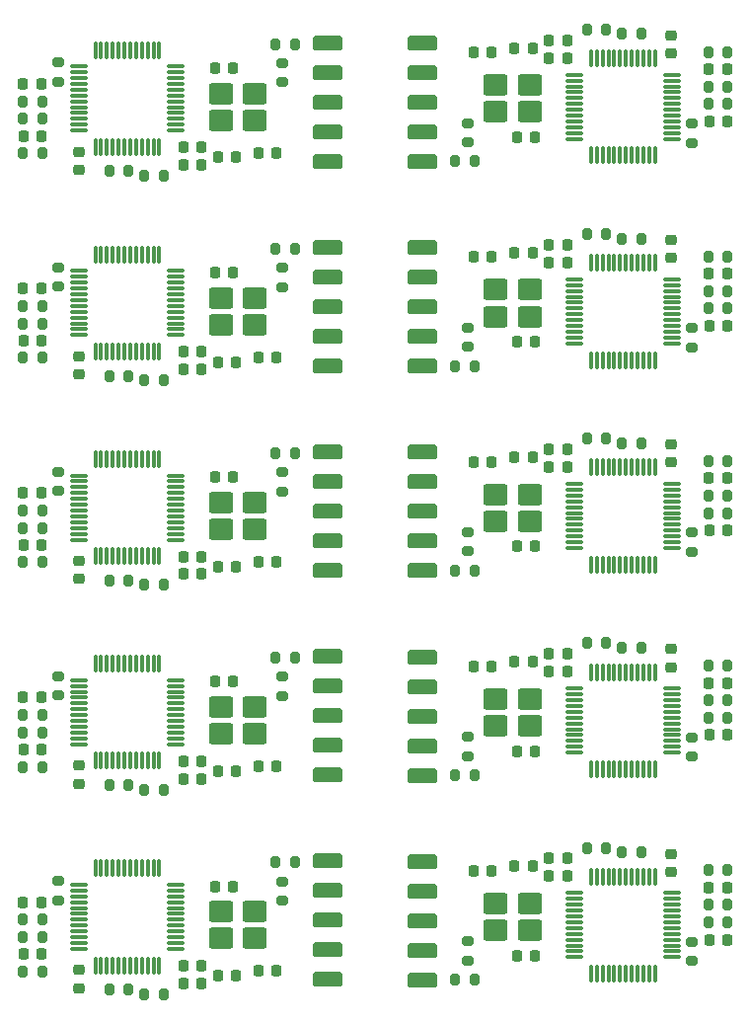
<source format=gbr>
%TF.GenerationSoftware,KiCad,Pcbnew,9.0.3*%
%TF.CreationDate,2025-07-30T17:20:14+02:00*%
%TF.ProjectId,Untitled6,556e7469-746c-4656-9436-2e6b69636164,rev?*%
%TF.SameCoordinates,Original*%
%TF.FileFunction,Paste,Top*%
%TF.FilePolarity,Positive*%
%FSLAX46Y46*%
G04 Gerber Fmt 4.6, Leading zero omitted, Abs format (unit mm)*
G04 Created by KiCad (PCBNEW 9.0.3) date 2025-07-30 17:20:14*
%MOMM*%
%LPD*%
G01*
G04 APERTURE LIST*
G04 Aperture macros list*
%AMRoundRect*
0 Rectangle with rounded corners*
0 $1 Rounding radius*
0 $2 $3 $4 $5 $6 $7 $8 $9 X,Y pos of 4 corners*
0 Add a 4 corners polygon primitive as box body*
4,1,4,$2,$3,$4,$5,$6,$7,$8,$9,$2,$3,0*
0 Add four circle primitives for the rounded corners*
1,1,$1+$1,$2,$3*
1,1,$1+$1,$4,$5*
1,1,$1+$1,$6,$7*
1,1,$1+$1,$8,$9*
0 Add four rect primitives between the rounded corners*
20,1,$1+$1,$2,$3,$4,$5,0*
20,1,$1+$1,$4,$5,$6,$7,0*
20,1,$1+$1,$6,$7,$8,$9,0*
20,1,$1+$1,$8,$9,$2,$3,0*%
G04 Aperture macros list end*
%ADD10RoundRect,0.225000X0.225000X0.250000X-0.225000X0.250000X-0.225000X-0.250000X0.225000X-0.250000X0*%
%ADD11RoundRect,0.200000X0.275000X-0.200000X0.275000X0.200000X-0.275000X0.200000X-0.275000X-0.200000X0*%
%ADD12RoundRect,0.200000X-0.275000X0.200000X-0.275000X-0.200000X0.275000X-0.200000X0.275000X0.200000X0*%
%ADD13RoundRect,0.200000X-0.200000X-0.275000X0.200000X-0.275000X0.200000X0.275000X-0.200000X0.275000X0*%
%ADD14RoundRect,0.200000X0.200000X0.275000X-0.200000X0.275000X-0.200000X-0.275000X0.200000X-0.275000X0*%
%ADD15RoundRect,0.190500X-1.079500X-0.444500X1.079500X-0.444500X1.079500X0.444500X-1.079500X0.444500X0*%
%ADD16RoundRect,0.225000X-0.225000X-0.250000X0.225000X-0.250000X0.225000X0.250000X-0.225000X0.250000X0*%
%ADD17RoundRect,0.225000X0.250000X-0.225000X0.250000X0.225000X-0.250000X0.225000X-0.250000X-0.225000X0*%
%ADD18RoundRect,0.250000X-0.800000X-0.650000X0.800000X-0.650000X0.800000X0.650000X-0.800000X0.650000X0*%
%ADD19RoundRect,0.225000X-0.250000X0.225000X-0.250000X-0.225000X0.250000X-0.225000X0.250000X0.225000X0*%
%ADD20RoundRect,0.250000X0.800000X0.650000X-0.800000X0.650000X-0.800000X-0.650000X0.800000X-0.650000X0*%
%ADD21RoundRect,0.075000X-0.662500X-0.075000X0.662500X-0.075000X0.662500X0.075000X-0.662500X0.075000X0*%
%ADD22RoundRect,0.075000X-0.075000X-0.662500X0.075000X-0.662500X0.075000X0.662500X-0.075000X0.662500X0*%
%ADD23RoundRect,0.190500X1.079500X0.444500X-1.079500X0.444500X-1.079500X-0.444500X1.079500X-0.444500X0*%
%ADD24RoundRect,0.075000X0.662500X0.075000X-0.662500X0.075000X-0.662500X-0.075000X0.662500X-0.075000X0*%
%ADD25RoundRect,0.075000X0.075000X0.662500X-0.075000X0.662500X-0.075000X-0.662500X0.075000X-0.662500X0*%
G04 APERTURE END LIST*
D10*
%TO.C,C15*%
X119876522Y-54902022D03*
X118326522Y-54902022D03*
%TD*%
D11*
%TO.C,R14*%
X156439239Y-90514739D03*
X156439239Y-88864739D03*
%TD*%
D12*
%TO.C,R5*%
X175699239Y-106444739D03*
X175699239Y-108094739D03*
%TD*%
D13*
%TO.C,R9*%
X155374239Y-39529739D03*
X157024239Y-39529739D03*
%TD*%
%TO.C,R2*%
X118270761Y-34391261D03*
X119920761Y-34391261D03*
%TD*%
D10*
%TO.C,C2*%
X136545761Y-56731261D03*
X134995761Y-56731261D03*
%TD*%
%TO.C,C14*%
X119845761Y-67971261D03*
X118295761Y-67971261D03*
%TD*%
D14*
%TO.C,R9*%
X141625761Y-82091261D03*
X139975761Y-82091261D03*
%TD*%
D15*
%TO.C,J2*%
X152569239Y-64509739D03*
X152569239Y-67049739D03*
X152569239Y-69589739D03*
X152569239Y-72129739D03*
X152569239Y-74669739D03*
%TD*%
D10*
%TO.C,C2*%
X136545761Y-74271261D03*
X134995761Y-74271261D03*
%TD*%
D12*
%TO.C,R5*%
X175699239Y-88904739D03*
X175699239Y-90554739D03*
%TD*%
D16*
%TO.C,C9*%
X156954239Y-100369739D03*
X158504239Y-100369739D03*
%TD*%
%TO.C,C5*%
X132026522Y-73412022D03*
X133576522Y-73412022D03*
%TD*%
D13*
%TO.C,R26*%
X169654239Y-28619739D03*
X171304239Y-28619739D03*
%TD*%
D16*
%TO.C,C2*%
X160454239Y-29809739D03*
X162004239Y-29809739D03*
%TD*%
D17*
%TO.C,C6*%
X173879239Y-100444739D03*
X173879239Y-98894739D03*
%TD*%
D14*
%TO.C,R3*%
X178729239Y-103269739D03*
X177079239Y-103269739D03*
%TD*%
D13*
%TO.C,R3*%
X118270761Y-88511261D03*
X119920761Y-88511261D03*
%TD*%
D16*
%TO.C,C4*%
X132026522Y-74932022D03*
X133576522Y-74932022D03*
%TD*%
D12*
%TO.C,R5*%
X175699239Y-53824739D03*
X175699239Y-55474739D03*
%TD*%
D13*
%TO.C,R3*%
X118270761Y-53431261D03*
X119920761Y-53431261D03*
%TD*%
D14*
%TO.C,R26*%
X127345761Y-40381261D03*
X125695761Y-40381261D03*
%TD*%
D18*
%TO.C,Y1*%
X158849239Y-105459739D03*
X161749239Y-105459739D03*
X161749239Y-103159739D03*
X158849239Y-103159739D03*
%TD*%
D13*
%TO.C,R9*%
X155374239Y-74609739D03*
X157024239Y-74609739D03*
%TD*%
D14*
%TO.C,R4*%
X178713478Y-65248978D03*
X177063478Y-65248978D03*
%TD*%
D11*
%TO.C,R14*%
X156439239Y-108054739D03*
X156439239Y-106404739D03*
%TD*%
D13*
%TO.C,R26*%
X169654239Y-46159739D03*
X171304239Y-46159739D03*
%TD*%
D19*
%TO.C,C6*%
X123120761Y-108876261D03*
X123120761Y-110426261D03*
%TD*%
D10*
%TO.C,C14*%
X119845761Y-103051261D03*
X118295761Y-103051261D03*
%TD*%
D17*
%TO.C,C6*%
X173879239Y-82904739D03*
X173879239Y-81354739D03*
%TD*%
D13*
%TO.C,R3*%
X118270761Y-106051261D03*
X119920761Y-106051261D03*
%TD*%
D12*
%TO.C,R5*%
X175699239Y-36284739D03*
X175699239Y-37934739D03*
%TD*%
D13*
%TO.C,R1*%
X166673478Y-45768978D03*
X168323478Y-45768978D03*
%TD*%
D20*
%TO.C,Y1*%
X138150761Y-68781261D03*
X135250761Y-68781261D03*
X135250761Y-71081261D03*
X138150761Y-71081261D03*
%TD*%
D10*
%TO.C,C4*%
X164973478Y-99308978D03*
X163423478Y-99308978D03*
%TD*%
D13*
%TO.C,R4*%
X118286522Y-56372022D03*
X119936522Y-56372022D03*
%TD*%
D10*
%TO.C,C5*%
X164973478Y-100828978D03*
X163423478Y-100828978D03*
%TD*%
D14*
%TO.C,R2*%
X178729239Y-87229739D03*
X177079239Y-87229739D03*
%TD*%
D11*
%TO.C,R5*%
X121300761Y-67796261D03*
X121300761Y-66146261D03*
%TD*%
D12*
%TO.C,R14*%
X140560761Y-101266261D03*
X140560761Y-102916261D03*
%TD*%
D11*
%TO.C,R14*%
X156439239Y-37894739D03*
X156439239Y-36244739D03*
%TD*%
%TO.C,R5*%
X121300761Y-85336261D03*
X121300761Y-83686261D03*
%TD*%
D10*
%TO.C,C15*%
X119876522Y-89982022D03*
X118326522Y-89982022D03*
%TD*%
D16*
%TO.C,C15*%
X177123478Y-31638978D03*
X178673478Y-31638978D03*
%TD*%
%TO.C,C1*%
X160664239Y-37469739D03*
X162214239Y-37469739D03*
%TD*%
D13*
%TO.C,R1*%
X166673478Y-80848978D03*
X168323478Y-80848978D03*
%TD*%
%TO.C,R3*%
X118270761Y-70971261D03*
X119920761Y-70971261D03*
%TD*%
D11*
%TO.C,R14*%
X156439239Y-72974739D03*
X156439239Y-71324739D03*
%TD*%
D10*
%TO.C,C2*%
X136545761Y-91811261D03*
X134995761Y-91811261D03*
%TD*%
D20*
%TO.C,Y1*%
X138150761Y-51241261D03*
X135250761Y-51241261D03*
X135250761Y-53541261D03*
X138150761Y-53541261D03*
%TD*%
D10*
%TO.C,C15*%
X119876522Y-37362022D03*
X118326522Y-37362022D03*
%TD*%
D16*
%TO.C,C15*%
X177123478Y-84258978D03*
X178673478Y-84258978D03*
%TD*%
%TO.C,C4*%
X132026522Y-39852022D03*
X133576522Y-39852022D03*
%TD*%
%TO.C,C4*%
X132026522Y-57392022D03*
X133576522Y-57392022D03*
%TD*%
D20*
%TO.C,Y1*%
X138150761Y-33701261D03*
X135250761Y-33701261D03*
X135250761Y-36001261D03*
X138150761Y-36001261D03*
%TD*%
D10*
%TO.C,C14*%
X119845761Y-50431261D03*
X118295761Y-50431261D03*
%TD*%
%TO.C,C5*%
X164973478Y-48208978D03*
X163423478Y-48208978D03*
%TD*%
D21*
%TO.C,U1*%
X165604239Y-102269739D03*
X165604239Y-102769739D03*
X165604239Y-103269739D03*
X165604239Y-103769739D03*
X165604239Y-104269739D03*
X165604239Y-104769739D03*
X165604239Y-105269739D03*
X165604239Y-105769739D03*
X165604239Y-106269739D03*
X165604239Y-106769739D03*
X165604239Y-107269739D03*
X165604239Y-107769739D03*
D22*
X167016739Y-109182239D03*
X167516739Y-109182239D03*
X168016739Y-109182239D03*
X168516739Y-109182239D03*
X169016739Y-109182239D03*
X169516739Y-109182239D03*
X170016739Y-109182239D03*
X170516739Y-109182239D03*
X171016739Y-109182239D03*
X171516739Y-109182239D03*
X172016739Y-109182239D03*
X172516739Y-109182239D03*
D21*
X173929239Y-107769739D03*
X173929239Y-107269739D03*
X173929239Y-106769739D03*
X173929239Y-106269739D03*
X173929239Y-105769739D03*
X173929239Y-105269739D03*
X173929239Y-104769739D03*
X173929239Y-104269739D03*
X173929239Y-103769739D03*
X173929239Y-103269739D03*
X173929239Y-102769739D03*
X173929239Y-102269739D03*
D22*
X172516739Y-100857239D03*
X172016739Y-100857239D03*
X171516739Y-100857239D03*
X171016739Y-100857239D03*
X170516739Y-100857239D03*
X170016739Y-100857239D03*
X169516739Y-100857239D03*
X169016739Y-100857239D03*
X168516739Y-100857239D03*
X168016739Y-100857239D03*
X167516739Y-100857239D03*
X167016739Y-100857239D03*
%TD*%
D23*
%TO.C,J2*%
X144430761Y-39571261D03*
X144430761Y-37031261D03*
X144430761Y-34491261D03*
X144430761Y-31951261D03*
X144430761Y-29411261D03*
%TD*%
D16*
%TO.C,C1*%
X160664239Y-107629739D03*
X162214239Y-107629739D03*
%TD*%
D14*
%TO.C,R9*%
X141625761Y-99631261D03*
X139975761Y-99631261D03*
%TD*%
%TO.C,R1*%
X130326522Y-93392022D03*
X128676522Y-93392022D03*
%TD*%
D13*
%TO.C,R9*%
X155374239Y-57069739D03*
X157024239Y-57069739D03*
%TD*%
D15*
%TO.C,J2*%
X152569239Y-99589739D03*
X152569239Y-102129739D03*
X152569239Y-104669739D03*
X152569239Y-107209739D03*
X152569239Y-109749739D03*
%TD*%
D14*
%TO.C,R2*%
X178729239Y-69689739D03*
X177079239Y-69689739D03*
%TD*%
D24*
%TO.C,U1*%
X131395761Y-89511261D03*
X131395761Y-89011261D03*
X131395761Y-88511261D03*
X131395761Y-88011261D03*
X131395761Y-87511261D03*
X131395761Y-87011261D03*
X131395761Y-86511261D03*
X131395761Y-86011261D03*
X131395761Y-85511261D03*
X131395761Y-85011261D03*
X131395761Y-84511261D03*
X131395761Y-84011261D03*
D25*
X129983261Y-82598761D03*
X129483261Y-82598761D03*
X128983261Y-82598761D03*
X128483261Y-82598761D03*
X127983261Y-82598761D03*
X127483261Y-82598761D03*
X126983261Y-82598761D03*
X126483261Y-82598761D03*
X125983261Y-82598761D03*
X125483261Y-82598761D03*
X124983261Y-82598761D03*
X124483261Y-82598761D03*
D24*
X123070761Y-84011261D03*
X123070761Y-84511261D03*
X123070761Y-85011261D03*
X123070761Y-85511261D03*
X123070761Y-86011261D03*
X123070761Y-86511261D03*
X123070761Y-87011261D03*
X123070761Y-87511261D03*
X123070761Y-88011261D03*
X123070761Y-88511261D03*
X123070761Y-89011261D03*
X123070761Y-89511261D03*
D25*
X124483261Y-90923761D03*
X124983261Y-90923761D03*
X125483261Y-90923761D03*
X125983261Y-90923761D03*
X126483261Y-90923761D03*
X126983261Y-90923761D03*
X127483261Y-90923761D03*
X127983261Y-90923761D03*
X128483261Y-90923761D03*
X128983261Y-90923761D03*
X129483261Y-90923761D03*
X129983261Y-90923761D03*
%TD*%
D16*
%TO.C,C5*%
X132026522Y-108492022D03*
X133576522Y-108492022D03*
%TD*%
D14*
%TO.C,R2*%
X178729239Y-34609739D03*
X177079239Y-34609739D03*
%TD*%
D13*
%TO.C,R3*%
X118270761Y-35891261D03*
X119920761Y-35891261D03*
%TD*%
D14*
%TO.C,R3*%
X178729239Y-33109739D03*
X177079239Y-33109739D03*
%TD*%
D18*
%TO.C,Y1*%
X158849239Y-87919739D03*
X161749239Y-87919739D03*
X161749239Y-85619739D03*
X158849239Y-85619739D03*
%TD*%
D13*
%TO.C,R26*%
X169654239Y-63699739D03*
X171304239Y-63699739D03*
%TD*%
%TO.C,R4*%
X118286522Y-38832022D03*
X119936522Y-38832022D03*
%TD*%
D10*
%TO.C,C9*%
X140045761Y-91411261D03*
X138495761Y-91411261D03*
%TD*%
D16*
%TO.C,C2*%
X160454239Y-64889739D03*
X162004239Y-64889739D03*
%TD*%
D19*
%TO.C,C6*%
X123120761Y-91336261D03*
X123120761Y-92886261D03*
%TD*%
D10*
%TO.C,C15*%
X119876522Y-72442022D03*
X118326522Y-72442022D03*
%TD*%
%TO.C,C14*%
X119845761Y-32891261D03*
X118295761Y-32891261D03*
%TD*%
%TO.C,C4*%
X164973478Y-46688978D03*
X163423478Y-46688978D03*
%TD*%
D16*
%TO.C,C15*%
X177123478Y-101798978D03*
X178673478Y-101798978D03*
%TD*%
D14*
%TO.C,R9*%
X141625761Y-64551261D03*
X139975761Y-64551261D03*
%TD*%
D10*
%TO.C,C4*%
X164973478Y-81768978D03*
X163423478Y-81768978D03*
%TD*%
%TO.C,C15*%
X119876522Y-107522022D03*
X118326522Y-107522022D03*
%TD*%
D14*
%TO.C,R2*%
X178729239Y-52149739D03*
X177079239Y-52149739D03*
%TD*%
D21*
%TO.C,U1*%
X165604239Y-49649739D03*
X165604239Y-50149739D03*
X165604239Y-50649739D03*
X165604239Y-51149739D03*
X165604239Y-51649739D03*
X165604239Y-52149739D03*
X165604239Y-52649739D03*
X165604239Y-53149739D03*
X165604239Y-53649739D03*
X165604239Y-54149739D03*
X165604239Y-54649739D03*
X165604239Y-55149739D03*
D22*
X167016739Y-56562239D03*
X167516739Y-56562239D03*
X168016739Y-56562239D03*
X168516739Y-56562239D03*
X169016739Y-56562239D03*
X169516739Y-56562239D03*
X170016739Y-56562239D03*
X170516739Y-56562239D03*
X171016739Y-56562239D03*
X171516739Y-56562239D03*
X172016739Y-56562239D03*
X172516739Y-56562239D03*
D21*
X173929239Y-55149739D03*
X173929239Y-54649739D03*
X173929239Y-54149739D03*
X173929239Y-53649739D03*
X173929239Y-53149739D03*
X173929239Y-52649739D03*
X173929239Y-52149739D03*
X173929239Y-51649739D03*
X173929239Y-51149739D03*
X173929239Y-50649739D03*
X173929239Y-50149739D03*
X173929239Y-49649739D03*
D22*
X172516739Y-48237239D03*
X172016739Y-48237239D03*
X171516739Y-48237239D03*
X171016739Y-48237239D03*
X170516739Y-48237239D03*
X170016739Y-48237239D03*
X169516739Y-48237239D03*
X169016739Y-48237239D03*
X168516739Y-48237239D03*
X168016739Y-48237239D03*
X167516739Y-48237239D03*
X167016739Y-48237239D03*
%TD*%
D14*
%TO.C,R1*%
X130326522Y-40772022D03*
X128676522Y-40772022D03*
%TD*%
D16*
%TO.C,C2*%
X160454239Y-82429739D03*
X162004239Y-82429739D03*
%TD*%
D14*
%TO.C,R3*%
X178729239Y-68189739D03*
X177079239Y-68189739D03*
%TD*%
D19*
%TO.C,C6*%
X123120761Y-56256261D03*
X123120761Y-57806261D03*
%TD*%
D10*
%TO.C,C9*%
X140045761Y-56331261D03*
X138495761Y-56331261D03*
%TD*%
D16*
%TO.C,C5*%
X132026522Y-55872022D03*
X133576522Y-55872022D03*
%TD*%
D13*
%TO.C,R9*%
X155374239Y-109689739D03*
X157024239Y-109689739D03*
%TD*%
D17*
%TO.C,C6*%
X173879239Y-47824739D03*
X173879239Y-46274739D03*
%TD*%
D19*
%TO.C,C6*%
X123120761Y-38716261D03*
X123120761Y-40266261D03*
%TD*%
D10*
%TO.C,C2*%
X136545761Y-109351261D03*
X134995761Y-109351261D03*
%TD*%
D23*
%TO.C,J2*%
X144430761Y-109731261D03*
X144430761Y-107191261D03*
X144430761Y-104651261D03*
X144430761Y-102111261D03*
X144430761Y-99571261D03*
%TD*%
D14*
%TO.C,R26*%
X127345761Y-75461261D03*
X125695761Y-75461261D03*
%TD*%
D23*
%TO.C,J2*%
X144430761Y-57111261D03*
X144430761Y-54571261D03*
X144430761Y-52031261D03*
X144430761Y-49491261D03*
X144430761Y-46951261D03*
%TD*%
D16*
%TO.C,C5*%
X132026522Y-90952022D03*
X133576522Y-90952022D03*
%TD*%
D13*
%TO.C,R4*%
X118286522Y-108992022D03*
X119936522Y-108992022D03*
%TD*%
D11*
%TO.C,R5*%
X121300761Y-50256261D03*
X121300761Y-48606261D03*
%TD*%
D14*
%TO.C,R4*%
X178713478Y-30168978D03*
X177063478Y-30168978D03*
%TD*%
D10*
%TO.C,C9*%
X140045761Y-108951261D03*
X138495761Y-108951261D03*
%TD*%
D12*
%TO.C,R14*%
X140560761Y-66186261D03*
X140560761Y-67836261D03*
%TD*%
D14*
%TO.C,R3*%
X178729239Y-85729739D03*
X177079239Y-85729739D03*
%TD*%
D10*
%TO.C,C5*%
X164973478Y-83288978D03*
X163423478Y-83288978D03*
%TD*%
D14*
%TO.C,R3*%
X178729239Y-50649739D03*
X177079239Y-50649739D03*
%TD*%
D13*
%TO.C,R2*%
X118270761Y-69471261D03*
X119920761Y-69471261D03*
%TD*%
D16*
%TO.C,C9*%
X156954239Y-65289739D03*
X158504239Y-65289739D03*
%TD*%
D13*
%TO.C,R4*%
X118286522Y-91452022D03*
X119936522Y-91452022D03*
%TD*%
D16*
%TO.C,C4*%
X132026522Y-92472022D03*
X133576522Y-92472022D03*
%TD*%
D21*
%TO.C,U1*%
X165604239Y-32109739D03*
X165604239Y-32609739D03*
X165604239Y-33109739D03*
X165604239Y-33609739D03*
X165604239Y-34109739D03*
X165604239Y-34609739D03*
X165604239Y-35109739D03*
X165604239Y-35609739D03*
X165604239Y-36109739D03*
X165604239Y-36609739D03*
X165604239Y-37109739D03*
X165604239Y-37609739D03*
D22*
X167016739Y-39022239D03*
X167516739Y-39022239D03*
X168016739Y-39022239D03*
X168516739Y-39022239D03*
X169016739Y-39022239D03*
X169516739Y-39022239D03*
X170016739Y-39022239D03*
X170516739Y-39022239D03*
X171016739Y-39022239D03*
X171516739Y-39022239D03*
X172016739Y-39022239D03*
X172516739Y-39022239D03*
D21*
X173929239Y-37609739D03*
X173929239Y-37109739D03*
X173929239Y-36609739D03*
X173929239Y-36109739D03*
X173929239Y-35609739D03*
X173929239Y-35109739D03*
X173929239Y-34609739D03*
X173929239Y-34109739D03*
X173929239Y-33609739D03*
X173929239Y-33109739D03*
X173929239Y-32609739D03*
X173929239Y-32109739D03*
D22*
X172516739Y-30697239D03*
X172016739Y-30697239D03*
X171516739Y-30697239D03*
X171016739Y-30697239D03*
X170516739Y-30697239D03*
X170016739Y-30697239D03*
X169516739Y-30697239D03*
X169016739Y-30697239D03*
X168516739Y-30697239D03*
X168016739Y-30697239D03*
X167516739Y-30697239D03*
X167016739Y-30697239D03*
%TD*%
D16*
%TO.C,C9*%
X156954239Y-30209739D03*
X158504239Y-30209739D03*
%TD*%
D21*
%TO.C,U1*%
X165604239Y-84729739D03*
X165604239Y-85229739D03*
X165604239Y-85729739D03*
X165604239Y-86229739D03*
X165604239Y-86729739D03*
X165604239Y-87229739D03*
X165604239Y-87729739D03*
X165604239Y-88229739D03*
X165604239Y-88729739D03*
X165604239Y-89229739D03*
X165604239Y-89729739D03*
X165604239Y-90229739D03*
D22*
X167016739Y-91642239D03*
X167516739Y-91642239D03*
X168016739Y-91642239D03*
X168516739Y-91642239D03*
X169016739Y-91642239D03*
X169516739Y-91642239D03*
X170016739Y-91642239D03*
X170516739Y-91642239D03*
X171016739Y-91642239D03*
X171516739Y-91642239D03*
X172016739Y-91642239D03*
X172516739Y-91642239D03*
D21*
X173929239Y-90229739D03*
X173929239Y-89729739D03*
X173929239Y-89229739D03*
X173929239Y-88729739D03*
X173929239Y-88229739D03*
X173929239Y-87729739D03*
X173929239Y-87229739D03*
X173929239Y-86729739D03*
X173929239Y-86229739D03*
X173929239Y-85729739D03*
X173929239Y-85229739D03*
X173929239Y-84729739D03*
D22*
X172516739Y-83317239D03*
X172016739Y-83317239D03*
X171516739Y-83317239D03*
X171016739Y-83317239D03*
X170516739Y-83317239D03*
X170016739Y-83317239D03*
X169516739Y-83317239D03*
X169016739Y-83317239D03*
X168516739Y-83317239D03*
X168016739Y-83317239D03*
X167516739Y-83317239D03*
X167016739Y-83317239D03*
%TD*%
D16*
%TO.C,C9*%
X156954239Y-47749739D03*
X158504239Y-47749739D03*
%TD*%
D17*
%TO.C,C6*%
X173879239Y-30284739D03*
X173879239Y-28734739D03*
%TD*%
D10*
%TO.C,C5*%
X164973478Y-30668978D03*
X163423478Y-30668978D03*
%TD*%
%TO.C,C1*%
X136335761Y-31531261D03*
X134785761Y-31531261D03*
%TD*%
D16*
%TO.C,C4*%
X132026522Y-110012022D03*
X133576522Y-110012022D03*
%TD*%
D10*
%TO.C,C9*%
X140045761Y-38791261D03*
X138495761Y-38791261D03*
%TD*%
D12*
%TO.C,R14*%
X140560761Y-31106261D03*
X140560761Y-32756261D03*
%TD*%
D13*
%TO.C,R9*%
X155374239Y-92149739D03*
X157024239Y-92149739D03*
%TD*%
D16*
%TO.C,C2*%
X160454239Y-47349739D03*
X162004239Y-47349739D03*
%TD*%
D13*
%TO.C,R1*%
X166673478Y-98388978D03*
X168323478Y-98388978D03*
%TD*%
D19*
%TO.C,C6*%
X123120761Y-73796261D03*
X123120761Y-75346261D03*
%TD*%
D20*
%TO.C,Y1*%
X138150761Y-86321261D03*
X135250761Y-86321261D03*
X135250761Y-88621261D03*
X138150761Y-88621261D03*
%TD*%
D14*
%TO.C,R1*%
X130326522Y-58312022D03*
X128676522Y-58312022D03*
%TD*%
D24*
%TO.C,U1*%
X131395761Y-36891261D03*
X131395761Y-36391261D03*
X131395761Y-35891261D03*
X131395761Y-35391261D03*
X131395761Y-34891261D03*
X131395761Y-34391261D03*
X131395761Y-33891261D03*
X131395761Y-33391261D03*
X131395761Y-32891261D03*
X131395761Y-32391261D03*
X131395761Y-31891261D03*
X131395761Y-31391261D03*
D25*
X129983261Y-29978761D03*
X129483261Y-29978761D03*
X128983261Y-29978761D03*
X128483261Y-29978761D03*
X127983261Y-29978761D03*
X127483261Y-29978761D03*
X126983261Y-29978761D03*
X126483261Y-29978761D03*
X125983261Y-29978761D03*
X125483261Y-29978761D03*
X124983261Y-29978761D03*
X124483261Y-29978761D03*
D24*
X123070761Y-31391261D03*
X123070761Y-31891261D03*
X123070761Y-32391261D03*
X123070761Y-32891261D03*
X123070761Y-33391261D03*
X123070761Y-33891261D03*
X123070761Y-34391261D03*
X123070761Y-34891261D03*
X123070761Y-35391261D03*
X123070761Y-35891261D03*
X123070761Y-36391261D03*
X123070761Y-36891261D03*
D25*
X124483261Y-38303761D03*
X124983261Y-38303761D03*
X125483261Y-38303761D03*
X125983261Y-38303761D03*
X126483261Y-38303761D03*
X126983261Y-38303761D03*
X127483261Y-38303761D03*
X127983261Y-38303761D03*
X128483261Y-38303761D03*
X128983261Y-38303761D03*
X129483261Y-38303761D03*
X129983261Y-38303761D03*
%TD*%
D16*
%TO.C,C14*%
X177154239Y-71189739D03*
X178704239Y-71189739D03*
%TD*%
D18*
%TO.C,Y1*%
X158849239Y-35299739D03*
X161749239Y-35299739D03*
X161749239Y-32999739D03*
X158849239Y-32999739D03*
%TD*%
D14*
%TO.C,R26*%
X127345761Y-93001261D03*
X125695761Y-93001261D03*
%TD*%
D16*
%TO.C,C14*%
X177154239Y-53649739D03*
X178704239Y-53649739D03*
%TD*%
D13*
%TO.C,R2*%
X118270761Y-87011261D03*
X119920761Y-87011261D03*
%TD*%
D12*
%TO.C,R14*%
X140560761Y-48646261D03*
X140560761Y-50296261D03*
%TD*%
D10*
%TO.C,C2*%
X136545761Y-39191261D03*
X134995761Y-39191261D03*
%TD*%
D16*
%TO.C,C5*%
X132026522Y-38332022D03*
X133576522Y-38332022D03*
%TD*%
%TO.C,C1*%
X160664239Y-72549739D03*
X162214239Y-72549739D03*
%TD*%
D10*
%TO.C,C4*%
X164973478Y-64228978D03*
X163423478Y-64228978D03*
%TD*%
%TO.C,C5*%
X164973478Y-65748978D03*
X163423478Y-65748978D03*
%TD*%
D16*
%TO.C,C15*%
X177123478Y-66718978D03*
X178673478Y-66718978D03*
%TD*%
D14*
%TO.C,R4*%
X178713478Y-47708978D03*
X177063478Y-47708978D03*
%TD*%
D17*
%TO.C,C6*%
X173879239Y-65364739D03*
X173879239Y-63814739D03*
%TD*%
D18*
%TO.C,Y1*%
X158849239Y-52839739D03*
X161749239Y-52839739D03*
X161749239Y-50539739D03*
X158849239Y-50539739D03*
%TD*%
D13*
%TO.C,R4*%
X118286522Y-73912022D03*
X119936522Y-73912022D03*
%TD*%
D14*
%TO.C,R9*%
X141625761Y-29471261D03*
X139975761Y-29471261D03*
%TD*%
D23*
%TO.C,J2*%
X144430761Y-74651261D03*
X144430761Y-72111261D03*
X144430761Y-69571261D03*
X144430761Y-67031261D03*
X144430761Y-64491261D03*
%TD*%
D16*
%TO.C,C2*%
X160454239Y-99969739D03*
X162004239Y-99969739D03*
%TD*%
D23*
%TO.C,J2*%
X144430761Y-92191261D03*
X144430761Y-89651261D03*
X144430761Y-87111261D03*
X144430761Y-84571261D03*
X144430761Y-82031261D03*
%TD*%
D14*
%TO.C,R4*%
X178713478Y-82788978D03*
X177063478Y-82788978D03*
%TD*%
D11*
%TO.C,R5*%
X121300761Y-32716261D03*
X121300761Y-31066261D03*
%TD*%
D18*
%TO.C,Y1*%
X158849239Y-70379739D03*
X161749239Y-70379739D03*
X161749239Y-68079739D03*
X158849239Y-68079739D03*
%TD*%
D10*
%TO.C,C4*%
X164973478Y-29148978D03*
X163423478Y-29148978D03*
%TD*%
D21*
%TO.C,U1*%
X165604239Y-67189739D03*
X165604239Y-67689739D03*
X165604239Y-68189739D03*
X165604239Y-68689739D03*
X165604239Y-69189739D03*
X165604239Y-69689739D03*
X165604239Y-70189739D03*
X165604239Y-70689739D03*
X165604239Y-71189739D03*
X165604239Y-71689739D03*
X165604239Y-72189739D03*
X165604239Y-72689739D03*
D22*
X167016739Y-74102239D03*
X167516739Y-74102239D03*
X168016739Y-74102239D03*
X168516739Y-74102239D03*
X169016739Y-74102239D03*
X169516739Y-74102239D03*
X170016739Y-74102239D03*
X170516739Y-74102239D03*
X171016739Y-74102239D03*
X171516739Y-74102239D03*
X172016739Y-74102239D03*
X172516739Y-74102239D03*
D21*
X173929239Y-72689739D03*
X173929239Y-72189739D03*
X173929239Y-71689739D03*
X173929239Y-71189739D03*
X173929239Y-70689739D03*
X173929239Y-70189739D03*
X173929239Y-69689739D03*
X173929239Y-69189739D03*
X173929239Y-68689739D03*
X173929239Y-68189739D03*
X173929239Y-67689739D03*
X173929239Y-67189739D03*
D22*
X172516739Y-65777239D03*
X172016739Y-65777239D03*
X171516739Y-65777239D03*
X171016739Y-65777239D03*
X170516739Y-65777239D03*
X170016739Y-65777239D03*
X169516739Y-65777239D03*
X169016739Y-65777239D03*
X168516739Y-65777239D03*
X168016739Y-65777239D03*
X167516739Y-65777239D03*
X167016739Y-65777239D03*
%TD*%
D13*
%TO.C,R1*%
X166673478Y-63308978D03*
X168323478Y-63308978D03*
%TD*%
D15*
%TO.C,J2*%
X152569239Y-29429739D03*
X152569239Y-31969739D03*
X152569239Y-34509739D03*
X152569239Y-37049739D03*
X152569239Y-39589739D03*
%TD*%
D14*
%TO.C,R26*%
X127345761Y-57921261D03*
X125695761Y-57921261D03*
%TD*%
D24*
%TO.C,U1*%
X131395761Y-107051261D03*
X131395761Y-106551261D03*
X131395761Y-106051261D03*
X131395761Y-105551261D03*
X131395761Y-105051261D03*
X131395761Y-104551261D03*
X131395761Y-104051261D03*
X131395761Y-103551261D03*
X131395761Y-103051261D03*
X131395761Y-102551261D03*
X131395761Y-102051261D03*
X131395761Y-101551261D03*
D25*
X129983261Y-100138761D03*
X129483261Y-100138761D03*
X128983261Y-100138761D03*
X128483261Y-100138761D03*
X127983261Y-100138761D03*
X127483261Y-100138761D03*
X126983261Y-100138761D03*
X126483261Y-100138761D03*
X125983261Y-100138761D03*
X125483261Y-100138761D03*
X124983261Y-100138761D03*
X124483261Y-100138761D03*
D24*
X123070761Y-101551261D03*
X123070761Y-102051261D03*
X123070761Y-102551261D03*
X123070761Y-103051261D03*
X123070761Y-103551261D03*
X123070761Y-104051261D03*
X123070761Y-104551261D03*
X123070761Y-105051261D03*
X123070761Y-105551261D03*
X123070761Y-106051261D03*
X123070761Y-106551261D03*
X123070761Y-107051261D03*
D25*
X124483261Y-108463761D03*
X124983261Y-108463761D03*
X125483261Y-108463761D03*
X125983261Y-108463761D03*
X126483261Y-108463761D03*
X126983261Y-108463761D03*
X127483261Y-108463761D03*
X127983261Y-108463761D03*
X128483261Y-108463761D03*
X128983261Y-108463761D03*
X129483261Y-108463761D03*
X129983261Y-108463761D03*
%TD*%
D13*
%TO.C,R26*%
X169654239Y-98779739D03*
X171304239Y-98779739D03*
%TD*%
D16*
%TO.C,C14*%
X177154239Y-88729739D03*
X178704239Y-88729739D03*
%TD*%
D10*
%TO.C,C1*%
X136335761Y-66611261D03*
X134785761Y-66611261D03*
%TD*%
D12*
%TO.C,R5*%
X175699239Y-71364739D03*
X175699239Y-73014739D03*
%TD*%
D14*
%TO.C,R2*%
X178729239Y-104769739D03*
X177079239Y-104769739D03*
%TD*%
D12*
%TO.C,R14*%
X140560761Y-83726261D03*
X140560761Y-85376261D03*
%TD*%
D16*
%TO.C,C15*%
X177123478Y-49178978D03*
X178673478Y-49178978D03*
%TD*%
D11*
%TO.C,R5*%
X121300761Y-102876261D03*
X121300761Y-101226261D03*
%TD*%
D10*
%TO.C,C1*%
X136335761Y-101691261D03*
X134785761Y-101691261D03*
%TD*%
D24*
%TO.C,U1*%
X131395761Y-71971261D03*
X131395761Y-71471261D03*
X131395761Y-70971261D03*
X131395761Y-70471261D03*
X131395761Y-69971261D03*
X131395761Y-69471261D03*
X131395761Y-68971261D03*
X131395761Y-68471261D03*
X131395761Y-67971261D03*
X131395761Y-67471261D03*
X131395761Y-66971261D03*
X131395761Y-66471261D03*
D25*
X129983261Y-65058761D03*
X129483261Y-65058761D03*
X128983261Y-65058761D03*
X128483261Y-65058761D03*
X127983261Y-65058761D03*
X127483261Y-65058761D03*
X126983261Y-65058761D03*
X126483261Y-65058761D03*
X125983261Y-65058761D03*
X125483261Y-65058761D03*
X124983261Y-65058761D03*
X124483261Y-65058761D03*
D24*
X123070761Y-66471261D03*
X123070761Y-66971261D03*
X123070761Y-67471261D03*
X123070761Y-67971261D03*
X123070761Y-68471261D03*
X123070761Y-68971261D03*
X123070761Y-69471261D03*
X123070761Y-69971261D03*
X123070761Y-70471261D03*
X123070761Y-70971261D03*
X123070761Y-71471261D03*
X123070761Y-71971261D03*
D25*
X124483261Y-73383761D03*
X124983261Y-73383761D03*
X125483261Y-73383761D03*
X125983261Y-73383761D03*
X126483261Y-73383761D03*
X126983261Y-73383761D03*
X127483261Y-73383761D03*
X127983261Y-73383761D03*
X128483261Y-73383761D03*
X128983261Y-73383761D03*
X129483261Y-73383761D03*
X129983261Y-73383761D03*
%TD*%
D10*
%TO.C,C14*%
X119845761Y-85511261D03*
X118295761Y-85511261D03*
%TD*%
D14*
%TO.C,R1*%
X130326522Y-75852022D03*
X128676522Y-75852022D03*
%TD*%
D16*
%TO.C,C9*%
X156954239Y-82829739D03*
X158504239Y-82829739D03*
%TD*%
D15*
%TO.C,J2*%
X152569239Y-82049739D03*
X152569239Y-84589739D03*
X152569239Y-87129739D03*
X152569239Y-89669739D03*
X152569239Y-92209739D03*
%TD*%
D16*
%TO.C,C14*%
X177154239Y-106269739D03*
X178704239Y-106269739D03*
%TD*%
D13*
%TO.C,R2*%
X118270761Y-51931261D03*
X119920761Y-51931261D03*
%TD*%
D16*
%TO.C,C1*%
X160664239Y-90089739D03*
X162214239Y-90089739D03*
%TD*%
D13*
%TO.C,R1*%
X166673478Y-28228978D03*
X168323478Y-28228978D03*
%TD*%
D10*
%TO.C,C1*%
X136335761Y-84151261D03*
X134785761Y-84151261D03*
%TD*%
D15*
%TO.C,J2*%
X152569239Y-46969739D03*
X152569239Y-49509739D03*
X152569239Y-52049739D03*
X152569239Y-54589739D03*
X152569239Y-57129739D03*
%TD*%
D13*
%TO.C,R26*%
X169654239Y-81239739D03*
X171304239Y-81239739D03*
%TD*%
D24*
%TO.C,U1*%
X131395761Y-54431261D03*
X131395761Y-53931261D03*
X131395761Y-53431261D03*
X131395761Y-52931261D03*
X131395761Y-52431261D03*
X131395761Y-51931261D03*
X131395761Y-51431261D03*
X131395761Y-50931261D03*
X131395761Y-50431261D03*
X131395761Y-49931261D03*
X131395761Y-49431261D03*
X131395761Y-48931261D03*
D25*
X129983261Y-47518761D03*
X129483261Y-47518761D03*
X128983261Y-47518761D03*
X128483261Y-47518761D03*
X127983261Y-47518761D03*
X127483261Y-47518761D03*
X126983261Y-47518761D03*
X126483261Y-47518761D03*
X125983261Y-47518761D03*
X125483261Y-47518761D03*
X124983261Y-47518761D03*
X124483261Y-47518761D03*
D24*
X123070761Y-48931261D03*
X123070761Y-49431261D03*
X123070761Y-49931261D03*
X123070761Y-50431261D03*
X123070761Y-50931261D03*
X123070761Y-51431261D03*
X123070761Y-51931261D03*
X123070761Y-52431261D03*
X123070761Y-52931261D03*
X123070761Y-53431261D03*
X123070761Y-53931261D03*
X123070761Y-54431261D03*
D25*
X124483261Y-55843761D03*
X124983261Y-55843761D03*
X125483261Y-55843761D03*
X125983261Y-55843761D03*
X126483261Y-55843761D03*
X126983261Y-55843761D03*
X127483261Y-55843761D03*
X127983261Y-55843761D03*
X128483261Y-55843761D03*
X128983261Y-55843761D03*
X129483261Y-55843761D03*
X129983261Y-55843761D03*
%TD*%
D11*
%TO.C,R14*%
X156439239Y-55434739D03*
X156439239Y-53784739D03*
%TD*%
D14*
%TO.C,R1*%
X130326522Y-110932022D03*
X128676522Y-110932022D03*
%TD*%
D16*
%TO.C,C1*%
X160664239Y-55009739D03*
X162214239Y-55009739D03*
%TD*%
D14*
%TO.C,R4*%
X178713478Y-100328978D03*
X177063478Y-100328978D03*
%TD*%
D10*
%TO.C,C1*%
X136335761Y-49071261D03*
X134785761Y-49071261D03*
%TD*%
D14*
%TO.C,R26*%
X127345761Y-110541261D03*
X125695761Y-110541261D03*
%TD*%
%TO.C,R9*%
X141625761Y-47011261D03*
X139975761Y-47011261D03*
%TD*%
D13*
%TO.C,R2*%
X118270761Y-104551261D03*
X119920761Y-104551261D03*
%TD*%
D20*
%TO.C,Y1*%
X138150761Y-103861261D03*
X135250761Y-103861261D03*
X135250761Y-106161261D03*
X138150761Y-106161261D03*
%TD*%
D16*
%TO.C,C14*%
X177154239Y-36109739D03*
X178704239Y-36109739D03*
%TD*%
D10*
%TO.C,C9*%
X140045761Y-73871261D03*
X138495761Y-73871261D03*
%TD*%
M02*

</source>
